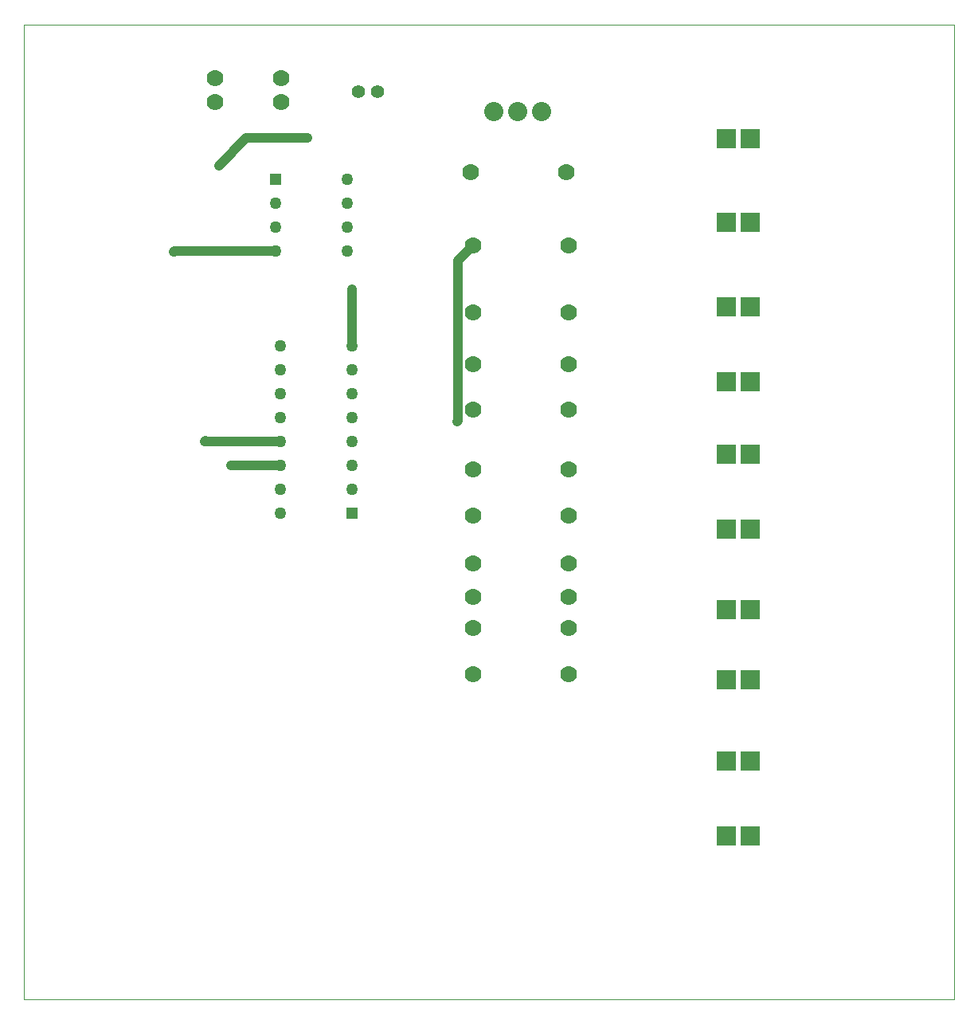
<source format=gbr>
G04 PROTEUS GERBER X2 FILE*
%TF.GenerationSoftware,Labcenter,Proteus,8.17-SP2-Build37159*%
%TF.CreationDate,2024-06-19T11:42:43+00:00*%
%TF.FileFunction,Copper,L1,Top*%
%TF.FilePolarity,Positive*%
%TF.Part,Single*%
%TF.SameCoordinates,{1fde6796-616a-48bc-91c5-d9dd16b063df}*%
%FSLAX45Y45*%
%MOMM*%
G01*
%TA.AperFunction,Conductor*%
%ADD10C,1.016000*%
%TA.AperFunction,ViaPad*%
%ADD11C,0.762000*%
%TA.AperFunction,ComponentPad*%
%ADD12R,1.270000X1.270000*%
%ADD13C,1.270000*%
%TA.AperFunction,ComponentPad*%
%ADD14C,1.778000*%
%TA.AperFunction,ComponentPad*%
%ADD15C,2.032000*%
%TA.AperFunction,ComponentPad*%
%ADD16R,2.032000X2.032000*%
%TA.AperFunction,WasherPad*%
%ADD17C,1.397000*%
%TA.AperFunction,Profile*%
%ADD18C,0.101600*%
%TD.AperFunction*%
D10*
X+90000Y+200000D02*
X+94984Y+204984D01*
X+94984Y+1675016D01*
X+94984Y+1904984D01*
X+260000Y+2070000D01*
X-1029000Y+998000D02*
X-1029000Y+1600712D01*
X-1032234Y+1603946D01*
X-1791000Y-272000D02*
X-2315014Y-272000D01*
X-2315014Y-270534D01*
X-2311610Y-267130D01*
X-1791000Y-18000D02*
X-2595513Y-18000D01*
X-2595513Y-15513D01*
X-2590000Y-10000D01*
X-1841000Y+2008000D02*
X-2916500Y+2008000D01*
X-2921212Y+2003288D01*
X-2925622Y+2003288D01*
X-2446951Y+2916359D02*
X-2156428Y+3206882D01*
X-1500678Y+3206882D01*
X-1500678Y+3209649D01*
X-1503445Y+3212416D01*
D11*
X+90000Y+200000D03*
X-1032234Y+1603946D03*
X-2311610Y-267130D03*
X-2590000Y-10000D03*
X-2925622Y+2003288D03*
X-2446951Y+2916359D03*
X-1503445Y+3212416D03*
D12*
X-1841000Y+2770000D03*
D13*
X-1841000Y+2516000D03*
X-1841000Y+2262000D03*
X-1841000Y+2008000D03*
X-1079000Y+2008000D03*
X-1079000Y+2262000D03*
X-1079000Y+2516000D03*
X-1079000Y+2770000D03*
D14*
X-1780000Y+3592000D03*
X-1780000Y+3846000D03*
X-2490000Y+3848000D03*
X-2490000Y+3594000D03*
X+230000Y+2850000D03*
X+1246000Y+2850000D03*
D15*
X+476000Y+3490000D03*
X+984000Y+3490000D03*
X+730000Y+3490000D03*
D12*
X-1029000Y-780000D03*
D13*
X-1029000Y-526000D03*
X-1029000Y-272000D03*
X-1029000Y-18000D03*
X-1029000Y+236000D03*
X-1029000Y+490000D03*
X-1029000Y+744000D03*
X-1029000Y+998000D03*
X-1791000Y+998000D03*
X-1791000Y+744000D03*
X-1791000Y+490000D03*
X-1791000Y+236000D03*
X-1791000Y-18000D03*
X-1791000Y-272000D03*
X-1791000Y-526000D03*
X-1791000Y-780000D03*
D14*
X+260000Y+2070000D03*
X+1276000Y+2070000D03*
X+260000Y+1360000D03*
X+1276000Y+1360000D03*
X+260000Y+810000D03*
X+1276000Y+810000D03*
X+260000Y+320000D03*
X+1276000Y+320000D03*
X+260000Y-310000D03*
X+1276000Y-310000D03*
X+260000Y-800000D03*
X+1276000Y-800000D03*
X+260000Y-1310000D03*
X+1276000Y-1310000D03*
X+260000Y-2000000D03*
X+1276000Y-2000000D03*
X+260000Y-1670000D03*
X+1276000Y-1670000D03*
X+260000Y-2490000D03*
X+1276000Y-2490000D03*
D16*
X+2950000Y+3200000D03*
X+3204000Y+3200000D03*
X+2950000Y+2310000D03*
X+3204000Y+2310000D03*
X+2950000Y+1420000D03*
X+3204000Y+1420000D03*
X+2950000Y+620000D03*
X+3204000Y+620000D03*
X+2950000Y-150000D03*
X+3204000Y-150000D03*
X+2950000Y-950000D03*
X+3204000Y-950000D03*
X+2950000Y-1800000D03*
X+3204000Y-1800000D03*
X+2950000Y-2550000D03*
X+3204000Y-2550000D03*
X+2950000Y-3410000D03*
X+3204000Y-3410000D03*
X+2950000Y-4210000D03*
X+3204000Y-4210000D03*
D17*
X-960000Y+3700000D03*
X-760000Y+3700000D03*
D18*
X-4520000Y-5940000D02*
X+5370000Y-5940000D01*
X+5370000Y+4410000D01*
X-4520000Y+4410000D01*
X-4520000Y-5940000D01*
M02*

</source>
